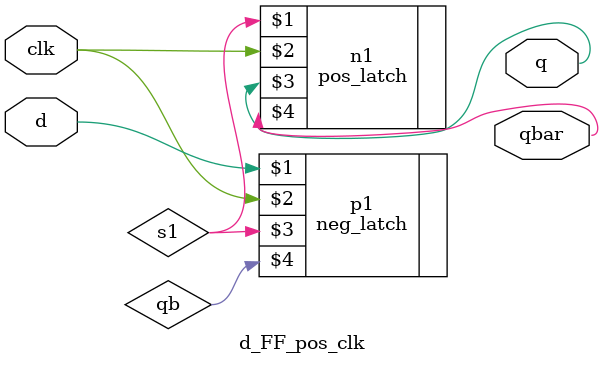
<source format=v>
`timescale 1ns / 1ps

module d_FF_pos_clk(
    input d, clk,
    output q,qbar 
    );
    
    wire s1;
    wire qb;
    neg_latch p1(d, clk, s1, qb);
    pos_latch n1(s1, clk, q, qbar);

endmodule

</source>
